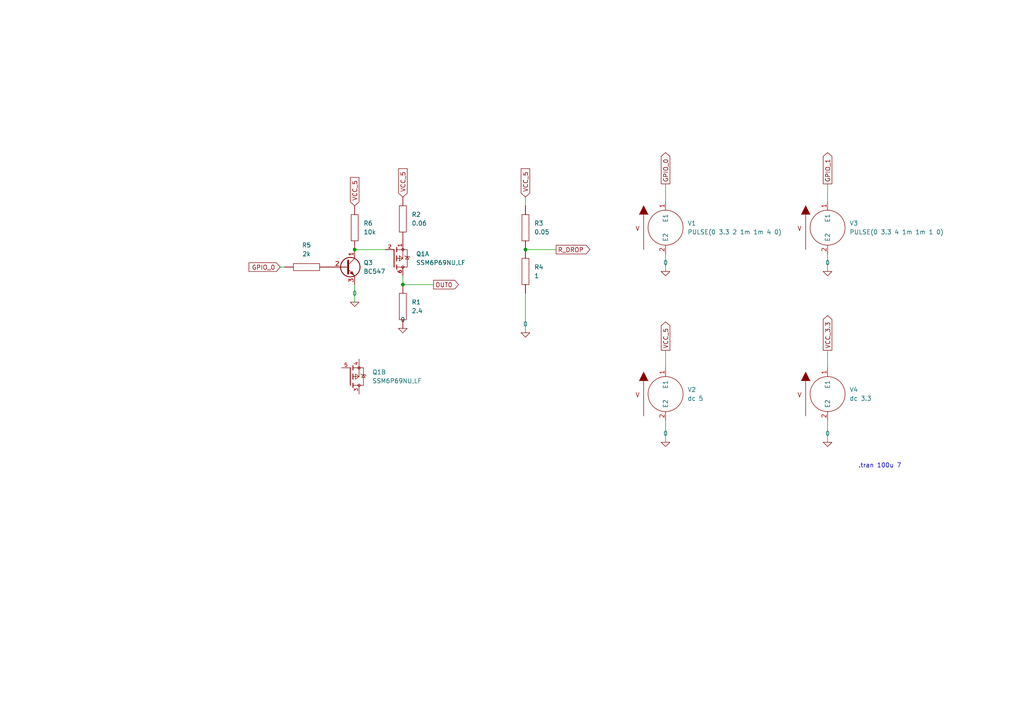
<source format=kicad_sch>
(kicad_sch (version 20211123) (generator eeschema)
  (paper "A4")
  (lib_symbols
    (symbol "SSM6:SSM6P69NU,LF" (pin_names (offset 1.016) hide)
      (property "Reference" "Q" (at 6.35 1.27 0))
      (property "Value" "SSM6P69NU,LF" (at 6.35 -1.27 0))
      (symbol "SSM6P69NU,LF_1_0"
        (polyline (pts (xy 0 -2.54) (xy 0 2.54)) (stroke (width 0.254)))
        (polyline (pts (xy 0.762 -3.175) (xy 0.762 -2.54)) (stroke (width 0.254)))
        (polyline (pts (xy 0.762 -2.54) (xy 0.762 -1.905)) (stroke (width 0.254)))
        (polyline (pts (xy 0.762 -2.54) (xy 3.81 -2.54)) (stroke (width 0.1524)))
        (polyline (pts (xy 0.762 -0.762) (xy 0.762 0)) (stroke (width 0.254)))
        (polyline (pts (xy 0.762 0) (xy 0.762 0.762)) (stroke (width 0.254)))
        (polyline (pts (xy 0.762 0) (xy 2.54 0)) (stroke (width 0.1524)))
        (polyline (pts (xy 0.762 1.905) (xy 0.762 2.54)) (stroke (width 0.254)))
        (polyline (pts (xy 0.762 2.54) (xy 0.762 3.175)) (stroke (width 0.254)))
        (polyline (pts (xy 2.54 0) (xy 2.54 2.54)) (stroke (width 0.1524)))
        (polyline (pts (xy 2.54 2.54) (xy 0.762 2.54)) (stroke (width 0.1524)))
        (polyline (pts (xy 2.54 2.54) (xy 3.81 2.54)) (stroke (width 0.1524)))
        (polyline (pts (xy 3.048 0.762) (xy 3.302 0.508)) (stroke (width 0.1524)))
        (polyline (pts (xy 3.302 0.508) (xy 3.81 0.508)) (stroke (width 0.1524)))
        (polyline (pts (xy 3.81 -2.54) (xy 3.81 0.508)) (stroke (width 0.1524)))
        (polyline (pts (xy 3.81 0.508) (xy 3.81 2.54)) (stroke (width 0.1524)))
        (polyline (pts (xy 3.81 0.508) (xy 4.318 0.508)) (stroke (width 0.1524)))
        (polyline (pts (xy 4.318 0.508) (xy 4.572 0.254)) (stroke (width 0.1524)))
        (polyline (pts (xy 2.54 0) (xy 1.524 0.762) (xy 1.524 -0.762) (xy 2.54 0)) (stroke (width 0.1524)) (fill (type background)))
        (polyline (pts (xy 3.81 0.508) (xy 4.318 -0.254) (xy 3.302 -0.254) (xy 3.81 0.508)) (stroke (width 0.1524)) (fill (type background)))
        (circle (center 2.54 -2.54) (radius 0.3556))
        (circle (center 2.54 2.54) (radius 0.3556))
        (pin passive line (at 2.54 5.08 270) (length 2.54) (name "~") (number "1"))
        (pin passive line (at -2.54 2.54 0) (length 2.54) (name "~") (number "2"))
        (pin passive line (at 2.54 -5.08 90) (length 2.54) (name "~") (number "6"))
      )
      (symbol "SSM6P69NU,LF_2_0"
        (polyline (pts (xy 0 -2.54) (xy 0 2.54)) (stroke (width 0.254)))
        (polyline (pts (xy 0.762 -3.175) (xy 0.762 -2.54)) (stroke (width 0.254)))
        (polyline (pts (xy 0.762 -2.54) (xy 0.762 -1.905)) (stroke (width 0.254)))
        (polyline (pts (xy 0.762 -2.54) (xy 3.81 -2.54)) (stroke (width 0.1524)))
        (polyline (pts (xy 0.762 -0.762) (xy 0.762 0)) (stroke (width 0.254)))
        (polyline (pts (xy 0.762 0) (xy 0.762 0.762)) (stroke (width 0.254)))
        (polyline (pts (xy 0.762 0) (xy 2.54 0)) (stroke (width 0.1524)))
        (polyline (pts (xy 0.762 1.905) (xy 0.762 2.54)) (stroke (width 0.254)))
        (polyline (pts (xy 0.762 2.54) (xy 0.762 3.175)) (stroke (width 0.254)))
        (polyline (pts (xy 2.54 0) (xy 2.54 2.54)) (stroke (width 0.1524)))
        (polyline (pts (xy 2.54 2.54) (xy 0.762 2.54)) (stroke (width 0.1524)))
        (polyline (pts (xy 2.54 2.54) (xy 3.81 2.54)) (stroke (width 0.1524)))
        (polyline (pts (xy 3.048 0.762) (xy 3.302 0.508)) (stroke (width 0.1524)))
        (polyline (pts (xy 3.302 0.508) (xy 3.81 0.508)) (stroke (width 0.1524)))
        (polyline (pts (xy 3.81 -2.54) (xy 3.81 0.508)) (stroke (width 0.1524)))
        (polyline (pts (xy 3.81 0.508) (xy 3.81 2.54)) (stroke (width 0.1524)))
        (polyline (pts (xy 3.81 0.508) (xy 4.318 0.508)) (stroke (width 0.1524)))
        (polyline (pts (xy 4.318 0.508) (xy 4.572 0.254)) (stroke (width 0.1524)))
        (polyline (pts (xy 2.54 0) (xy 1.524 0.762) (xy 1.524 -0.762) (xy 2.54 0)) (stroke (width 0.1524)) (fill (type background)))
        (polyline (pts (xy 3.81 0.508) (xy 4.318 -0.254) (xy 3.302 -0.254) (xy 3.81 0.508)) (stroke (width 0.1524)) (fill (type background)))
        (circle (center 2.54 -2.54) (radius 0.3556))
        (circle (center 2.54 2.54) (radius 0.3556))
        (pin passive line (at 2.54 -5.08 90) (length 2.54) (name "~") (number "3"))
        (pin passive line (at 2.54 5.08 270) (length 2.54) (name "~") (number "4"))
        (pin passive line (at -2.54 2.54 0) (length 2.54) (name "~") (number "5"))
      )
    )
    (symbol "Transistor_BJT:BC547" (pin_names (offset 0) hide)
      (property "Reference" "Q" (at 5.08 1.905 0))
      (property "Value" "BC547" (at 5.08 0 0))
      (symbol "BC547_0_1"
        (polyline (pts (xy 0 0) (xy 0.635 0)))
        (polyline (pts (xy 0.635 0.635) (xy 2.54 2.54)))
        (polyline (pts (xy 0.635 -0.635) (xy 2.54 -2.54) (xy 2.54 -2.54)))
        (polyline (pts (xy 0.635 1.905) (xy 0.635 -1.905) (xy 0.635 -1.905)) (stroke (width 0.508)))
        (polyline (pts (xy 1.27 -1.778) (xy 1.778 -1.27) (xy 2.286 -2.286) (xy 1.27 -1.778) (xy 1.27 -1.778)) (fill (type outline)))
        (circle (center 1.27 0) (radius 2.8194) (stroke (width 0.254)))
      )
      (symbol "BC547_1_1"
        (pin passive line (at 2.54 5.08 270) (length 2.54) (name "C") (number "1"))
        (pin input line (at -5.08 0 0) (length 5.08) (name "B") (number "2"))
        (pin passive line (at 2.54 -5.08 90) (length 2.54) (name "E") (number "3"))
      )
    )
    (symbol "pspice:0" (power) (pin_names (offset 0))
      (property "Value" "0" (at 0 -1.778 0))
      (symbol "0_0_1"
        (polyline (pts (xy -1.27 0) (xy 0 -1.27) (xy 1.27 0) (xy -1.27 0)))
      )
      (symbol "0_1_1"
        (pin power_in line (at 0 0 0) (length 0) hide (name "0") (number "1"))
      )
    )
    (symbol "pspice:R" (pin_numbers hide) (pin_names (offset 0))
      (property "Reference" "R" (at 2.032 0 90))
      (property "Value" "R" (at 0 0 90))
      (symbol "R_0_1"
        (rectangle (start -1.016 3.81) (end 1.016 -3.81))
      )
      (symbol "R_1_1"
        (pin passive line (at 0 6.35 270) (length 2.54) (name "~") (number "1"))
        (pin passive line (at 0 -6.35 90) (length 2.54) (name "~") (number "2"))
      )
    )
    (symbol "pspice:VSOURCE" (pin_names (offset 1.016))
      (property "Reference" "V" (at -6.35 7.62 0))
      (property "Value" "VSOURCE" (at 0 0 0))
      (symbol "VSOURCE_0_1"
        (polyline (pts (xy -6.35 -6.35) (xy -6.35 3.81)) (fill (type outline)))
        (polyline (pts (xy -7.62 3.81) (xy -6.35 6.35) (xy -5.08 3.81)) (fill (type outline)))
        (circle (center 0 0) (radius 5.08))
        (text "V" (at -8.128 -0.254 0) (effects (font (size 1.27 1.27))))
      )
      (symbol "VSOURCE_1_1"
        (pin input line (at 0 7.62 270) (length 2.54) (name "E1") (number "1"))
        (pin input line (at 0 -7.62 90) (length 2.54) (name "E2") (number "2"))
      )
    )
  )
  (junction (at 102.87 72.39))
  (junction (at 152.4 72.39))
  (junction (at 116.84 82.55))
  (wire (pts (xy 193.04 121.92) (xy 193.04 128.27)))
  (wire (pts (xy 102.87 72.39) (xy 111.76 72.39)))
  (wire (pts (xy 81.28 77.47) (xy 82.55 77.47)))
  (wire (pts (xy 240.03 121.92) (xy 240.03 128.27)))
  (wire (pts (xy 240.03 53.34) (xy 240.03 58.42)))
  (wire (pts (xy 102.87 82.55) (xy 102.87 87.63)))
  (wire (pts (xy 193.04 53.34) (xy 193.04 58.42)))
  (wire (pts (xy 116.84 82.55) (xy 125.73 82.55)))
  (wire (pts (xy 240.03 101.6) (xy 240.03 106.68)))
  (wire (pts (xy 116.84 80.01) (xy 116.84 82.55)))
  (wire (pts (xy 152.4 85.09) (xy 152.4 96.52)))
  (wire (pts (xy 193.04 101.6) (xy 193.04 106.68)))
  (wire (pts (xy 240.03 73.66) (xy 240.03 78.74)))
  (wire (pts (xy 152.4 72.39) (xy 161.29 72.39)))
  (wire (pts (xy 152.4 57.15) (xy 152.4 59.69)))
  (wire (pts (xy 193.04 73.66) (xy 193.04 78.74)))
  (text ".tran 100u 7 \n" (at 248.92 135.89 0) (effects (font (size 1.27 1.27)) (justify left bottom)))
  (global_label "VCC_5" (shape output) (at 193.04 101.6 90) (property "Odnośniki między arkuszami" "${INTERSHEET_REFS}" (effects hide)))
  (global_label "VCC_5" (shape input) (at 116.84 57.15 90) (property "Odnośniki między arkuszami" "${INTERSHEET_REFS}" (effects hide)))
  (global_label "GPIO_0" (shape output) (at 193.04 53.34 90) (property "Odnośniki między arkuszami" "${INTERSHEET_REFS}" (effects hide)))
  (global_label "GPIO_0" (shape input) (at 81.28 77.47 180) (property "Odnośniki między arkuszami" "${INTERSHEET_REFS}" (effects hide)))
  (global_label "GPIO_1" (shape output) (at 240.03 53.34 90) (property "Odnośniki między arkuszami" "${INTERSHEET_REFS}" (effects hide)))
  (global_label "OUT0" (shape output) (at 125.73 82.55 0) (property "Odnośniki między arkuszami" "${INTERSHEET_REFS}" (effects hide)))
  (global_label "R_DROP" (shape output) (at 161.29 72.39 0) (property "Odnośniki między arkuszami" "${INTERSHEET_REFS}" (effects hide)))
  (global_label "VCC_3.3" (shape output) (at 240.03 101.6 90) (property "Odnośniki między arkuszami" "${INTERSHEET_REFS}" (effects hide)))
  (global_label "VCC_5" (shape input) (at 102.87 59.69 90) (property "Odnośniki między arkuszami" "${INTERSHEET_REFS}" (effects hide)))
  (global_label "VCC_5" (shape input) (at 152.4 57.15 90) (property "Odnośniki między arkuszami" "${INTERSHEET_REFS}" (effects hide)))
  (symbol (lib_id "pspice:VSOURCE") (at 193.04 66.04 0) (unit 1)
    (property "Reference" "V1" (at 199.39 64.7699 0) (effects (justify left)))
    (property "Value" "PULSE(0 3.3 2 1m 1m 4 0)" (at 199.39 67.3099 0) (effects (justify left)))
  )
  (symbol (lib_id "Transistor_BJT:BC547") (at 100.33 77.47 0) (unit 1)
    (property "Reference" "Q3" (at 105.41 76.1999 0) (effects (justify left)))
    (property "Value" "BC547" (at 105.41 78.7399 0) (effects (justify left)))
    (property "Datasheet" "https://www.onsemi.com/pub/Collateral/BC550-D.pdf" (effects hide))
    (property "Spice_Primitive" "Q" (effects hide))
    (property "Spice_Model" "BC547" (effects hide))
    (property "Spice_Netlist_Enabled" "Y" (effects hide))
    (property "Spice_Lib_File" "libs/pspice/BJTN.LIB" (effects hide))
  )
  (symbol (lib_id "pspice:0") (at 193.04 78.74 0) (unit 1)
    (property "Reference" "#GND01" (effects hide))
    (property "Value" "0" (at 193.04 76.2 0))
  )
  (symbol (lib_id "pspice:0") (at 116.84 95.25 0) (unit 1)
    (property "Reference" "#GND05" (effects hide))
    (property "Value" "0" (at 116.84 92.71 0))
  )
  (symbol (lib_id "pspice:R") (at 102.87 66.04 0) (unit 1)
    (property "Reference" "R6" (at 105.41 64.7699 0) (effects (justify left)))
    (property "Value" "10k" (at 105.41 67.3099 0) (effects (justify left)))
  )
  (symbol (lib_id "SSM6:SSM6P69NU,LF") (at 101.6 109.22 0) (unit 2)
    (property "Reference" "Q1" (at 107.95 107.9499 0) (effects (justify left)))
    (property "Value" "SSM6P69NU,LF" (at 107.95 110.4899 0) (effects (justify left)))
    (property "Footprint" "footprints:SON65P200X200X80-8N" (effects hide))
    (property "Datasheet" "https://www.mouser.pl/datasheet/2/408/SSM6P49NU_datasheet_en_20210917-1150963.pdf" (effects hide))
    (property "MANUFACTURER" "Toshiba" (effects hide))
    (property "Spice_Primitive" "X" (effects hide))
    (property "Spice_Model" "SSM6P69NU" (effects hide))
    (property "Spice_Netlist_Enabled" "Y" (effects hide))
    (property "Spice_Lib_File" "libs/pspice/SSM6P69NU_DUAL.lib" (effects hide))
  )
  (symbol (lib_id "pspice:VSOURCE") (at 240.03 66.04 0) (unit 1)
    (property "Reference" "V3" (at 246.38 64.7699 0) (effects (justify left)))
    (property "Value" "PULSE(0 3.3 4 1m 1m 1 0)" (at 246.38 67.3099 0) (effects (justify left)))
  )
  (symbol (lib_id "pspice:R") (at 116.84 63.5 0) (unit 1)
    (property "Reference" "R2" (at 119.38 62.2299 0) (effects (justify left)))
    (property "Value" "0.06" (at 119.38 64.7699 0) (effects (justify left)))
  )
  (symbol (lib_id "pspice:VSOURCE") (at 240.03 114.3 0) (unit 1)
    (property "Reference" "V4" (at 246.38 113.0299 0) (effects (justify left)))
    (property "Value" "dc 3.3" (at 246.38 115.5699 0) (effects (justify left)))
  )
  (symbol (lib_id "pspice:R") (at 152.4 78.74 0) (unit 1)
    (property "Reference" "R4" (at 154.94 77.4699 0) (effects (justify left)))
    (property "Value" "1" (at 154.94 80.0099 0) (effects (justify left)))
  )
  (symbol (lib_id "pspice:0") (at 102.87 87.63 0) (unit 1)
    (property "Reference" "#GND08" (effects hide))
    (property "Value" "~" (at 102.87 85.09 0))
  )
  (symbol (lib_id "pspice:0") (at 240.03 128.27 0) (unit 1)
    (property "Reference" "#GND04" (effects hide))
    (property "Value" "~" (at 240.03 125.73 0))
  )
  (symbol (lib_id "pspice:0") (at 240.03 78.74 0) (unit 1)
    (property "Reference" "#GND03" (effects hide))
    (property "Value" "~" (at 240.03 76.2 0))
  )
  (symbol (lib_id "pspice:R") (at 152.4 66.04 0) (unit 1)
    (property "Reference" "R3" (at 154.94 64.7699 0) (effects (justify left)))
    (property "Value" "0.05" (at 154.94 67.3099 0) (effects (justify left)))
  )
  (symbol (lib_id "pspice:R") (at 116.84 88.9 0) (unit 1)
    (property "Reference" "R1" (at 119.38 87.6299 0) (effects (justify left)))
    (property "Value" "2.4" (at 119.38 90.1699 0) (effects (justify left)))
  )
  (symbol (lib_id "pspice:VSOURCE") (at 193.04 114.3 0) (unit 1)
    (property "Reference" "V2" (at 199.39 113.0299 0) (effects (justify left)))
    (property "Value" "dc 5" (at 199.39 115.5699 0) (effects (justify left)))
  )
  (symbol (lib_id "pspice:0") (at 152.4 96.52 0) (unit 1)
    (property "Reference" "#GND06" (effects hide))
    (property "Value" "0" (at 152.4 93.98 0))
  )
  (symbol (lib_id "SSM6:SSM6P69NU,LF") (at 114.3 74.93 0) (unit 1)
    (property "Reference" "Q1" (at 120.65 73.6599 0) (effects (justify left)))
    (property "Value" "SSM6P69NU,LF" (at 120.65 76.1999 0) (effects (justify left)))
    (property "Footprint" "footprints:SON65P200X200X80-8N" (effects hide))
    (property "Datasheet" "https://www.mouser.pl/datasheet/2/408/SSM6P49NU_datasheet_en_20210917-1150963.pdf" (effects hide))
    (property "MANUFACTURER" "Toshiba" (effects hide))
    (property "Spice_Primitive" "X" (effects hide))
    (property "Spice_Model" "SSM6P69NU" (effects hide))
    (property "Spice_Netlist_Enabled" "Y" (effects hide))
    (property "Spice_Lib_File" "libs/pspice/SSM6P69NU_DUAL.lib" (effects hide))
  )
  (symbol (lib_id "pspice:R") (at 88.9 77.47 90) (unit 1)
    (property "Reference" "R5" (at 88.9 71.12 90))
    (property "Value" "2k" (at 88.9 73.66 90))
  )
  (symbol (lib_id "pspice:0") (at 193.04 128.27 0) (unit 1)
    (property "Reference" "#GND02" (effects hide))
    (property "Value" "~" (at 193.04 125.73 0))
  )
)
</source>
